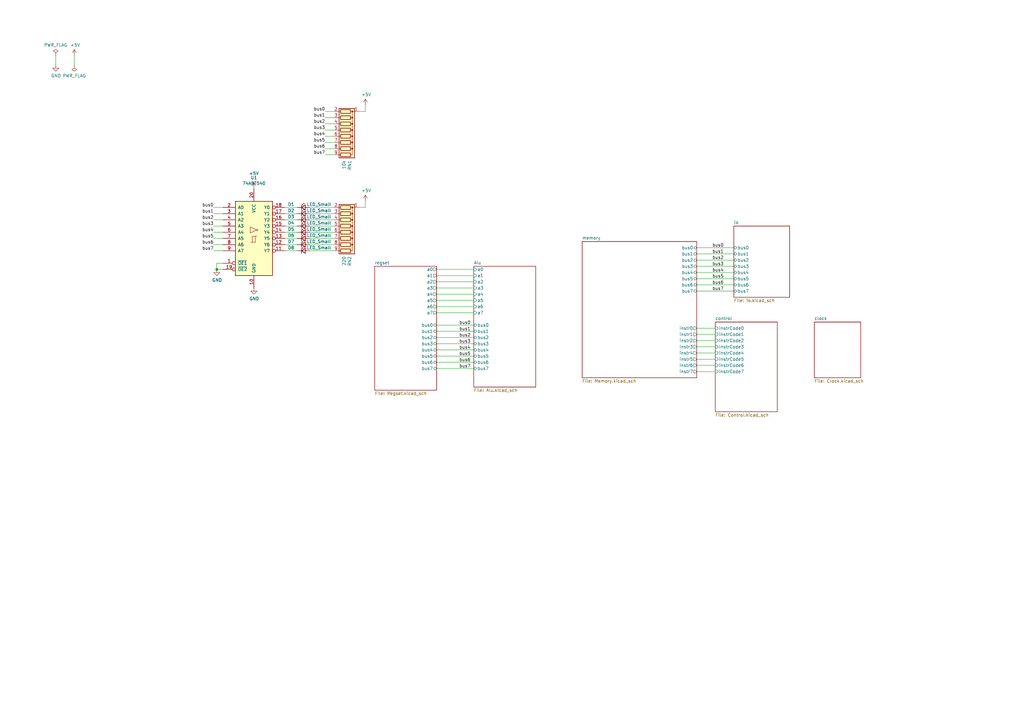
<source format=kicad_sch>
(kicad_sch (version 20211123) (generator eeschema)
  (paper "A3")
  (title_block (title "ALU") (date "2021-01-20") (rev "v01"))
  (lib_symbols
    (symbol "Device:LED_Small" (pin_numbers hide) (pin_names (offset 0.254) hide)
      (property "Reference" "D" (at -1.27 3.175 0))
      (property "Value" "LED_Small" (at -4.445 -2.54 0))
      (symbol "LED_Small_0_1"
        (polyline (pts (xy -0.762 -1.016) (xy -0.762 1.016)) (stroke (width 0.254)))
        (polyline (pts (xy 1.016 0) (xy -0.762 0)))
        (polyline (pts (xy 0.762 -1.016) (xy -0.762 0) (xy 0.762 1.016) (xy 0.762 -1.016)) (stroke (width 0.254)))
        (polyline (pts (xy 0 0.762) (xy -0.508 1.27) (xy -0.254 1.27) (xy -0.508 1.27) (xy -0.508 1.016)))
        (polyline (pts (xy 0.508 1.27) (xy 0 1.778) (xy 0.254 1.778) (xy 0 1.778) (xy 0 1.524)))
      )
      (symbol "LED_Small_1_1"
        (pin passive line (at -2.54 0 0) (length 1.778) (name "K") (number "1"))
        (pin passive line (at 2.54 0 180) (length 1.778) (name "A") (number "2"))
      )
    )
    (symbol "Device:R_Network08" (pin_names (offset 0) hide)
      (property "Reference" "RN" (at -12.7 0 90))
      (property "Value" "R_Network08" (at 10.16 0 90))
      (symbol "R_Network08_0_1"
        (rectangle (start -11.43 -3.175) (end 8.89 3.175) (stroke (width 0.254)) (fill (type background)))
        (rectangle (start -10.922 1.524) (end -9.398 -2.54) (stroke (width 0.254)))
        (circle (center -10.16 2.286) (radius 0.254) (fill (type outline)))
        (rectangle (start -8.382 1.524) (end -6.858 -2.54) (stroke (width 0.254)))
        (circle (center -7.62 2.286) (radius 0.254) (fill (type outline)))
        (rectangle (start -5.842 1.524) (end -4.318 -2.54) (stroke (width 0.254)))
        (circle (center -5.08 2.286) (radius 0.254) (fill (type outline)))
        (rectangle (start -3.302 1.524) (end -1.778 -2.54) (stroke (width 0.254)))
        (circle (center -2.54 2.286) (radius 0.254) (fill (type outline)))
        (rectangle (start -0.762 1.524) (end 0.762 -2.54) (stroke (width 0.254)))
        (polyline (pts (xy -10.16 -2.54) (xy -10.16 -3.81)))
        (polyline (pts (xy -7.62 -2.54) (xy -7.62 -3.81)))
        (polyline (pts (xy -5.08 -2.54) (xy -5.08 -3.81)))
        (polyline (pts (xy -2.54 -2.54) (xy -2.54 -3.81)))
        (polyline (pts (xy 0 -2.54) (xy 0 -3.81)))
        (polyline (pts (xy 2.54 -2.54) (xy 2.54 -3.81)))
        (polyline (pts (xy 5.08 -2.54) (xy 5.08 -3.81)))
        (polyline (pts (xy 7.62 -2.54) (xy 7.62 -3.81)))
        (polyline (pts (xy -10.16 1.524) (xy -10.16 2.286) (xy -7.62 2.286) (xy -7.62 1.524)))
        (polyline (pts (xy -7.62 1.524) (xy -7.62 2.286) (xy -5.08 2.286) (xy -5.08 1.524)))
        (polyline (pts (xy -5.08 1.524) (xy -5.08 2.286) (xy -2.54 2.286) (xy -2.54 1.524)))
        (polyline (pts (xy -2.54 1.524) (xy -2.54 2.286) (xy 0 2.286) (xy 0 1.524)))
        (polyline (pts (xy 0 1.524) (xy 0 2.286) (xy 2.54 2.286) (xy 2.54 1.524)))
        (polyline (pts (xy 2.54 1.524) (xy 2.54 2.286) (xy 5.08 2.286) (xy 5.08 1.524)))
        (polyline (pts (xy 5.08 1.524) (xy 5.08 2.286) (xy 7.62 2.286) (xy 7.62 1.524)))
        (circle (center 0 2.286) (radius 0.254) (fill (type outline)))
        (rectangle (start 1.778 1.524) (end 3.302 -2.54) (stroke (width 0.254)))
        (circle (center 2.54 2.286) (radius 0.254) (fill (type outline)))
        (rectangle (start 4.318 1.524) (end 5.842 -2.54) (stroke (width 0.254)))
        (circle (center 5.08 2.286) (radius 0.254) (fill (type outline)))
        (rectangle (start 6.858 1.524) (end 8.382 -2.54) (stroke (width 0.254)))
      )
      (symbol "R_Network08_1_1"
        (pin passive line (at -10.16 5.08 270) (length 2.54) (name "common") (number "1"))
        (pin passive line (at -10.16 -5.08 90) (length 1.27) (name "R1") (number "2"))
        (pin passive line (at -7.62 -5.08 90) (length 1.27) (name "R2") (number "3"))
        (pin passive line (at -5.08 -5.08 90) (length 1.27) (name "R3") (number "4"))
        (pin passive line (at -2.54 -5.08 90) (length 1.27) (name "R4") (number "5"))
        (pin passive line (at 0 -5.08 90) (length 1.27) (name "R5") (number "6"))
        (pin passive line (at 2.54 -5.08 90) (length 1.27) (name "R6") (number "7"))
        (pin passive line (at 5.08 -5.08 90) (length 1.27) (name "R7") (number "8"))
        (pin passive line (at 7.62 -5.08 90) (length 1.27) (name "R8") (number "9"))
      )
    )
    (symbol "EDiC-rescue:74ABT540" (pin_names (offset 1.016))
      (property "Reference" "U" (at 5.08 -9.017 0))
      (property "Value" "74ABT540" (at 5.08 -10.795 0))
      (symbol "74ABT540_1_1"
        (rectangle (start -15.24 15.24) (end 0 -15.24) (stroke (width 0.254)) (fill (type background)))
        (circle (center -6.223 3.4798) (radius 0.254) (stroke (width 0.1524)))
        (polyline (pts (xy -8.255 -1.6002) (xy -8.255 0.9398) (xy -6.985 0.9398)))
        (polyline (pts (xy -8.89 -1.6002) (xy -6.985 -1.6002) (xy -6.985 0.9398) (xy -6.35 0.9398)))
        (polyline (pts (xy -6.604 3.4798) (xy -9.144 4.7498) (xy -9.144 2.2098) (xy -6.604 3.4798)) (stroke (width 0.1524)))
        (pin input inverted (at -20.32 -10.16 0) (length 5.08) (name "~{OE1}") (number "1"))
        (pin power_in line (at -7.62 -20.32 90) (length 5.08) (name "GND") (number "10"))
        (pin tri_state inverted (at 5.08 -5.08 180) (length 5.08) (name "Y7") (number "11"))
        (pin tri_state inverted (at 5.08 -2.54 180) (length 5.08) (name "Y6") (number "12"))
        (pin tri_state inverted (at 5.08 0 180) (length 5.08) (name "Y5") (number "13"))
        (pin tri_state inverted (at 5.08 2.54 180) (length 5.08) (name "Y4") (number "14"))
        (pin tri_state inverted (at 5.08 5.08 180) (length 5.08) (name "Y3") (number "15"))
        (pin tri_state inverted (at 5.08 7.62 180) (length 5.08) (name "Y2") (number "16"))
        (pin tri_state inverted (at 5.08 10.16 180) (length 5.08) (name "Y1") (number "17"))
        (pin tri_state inverted (at 5.08 12.7 180) (length 5.08) (name "Y0") (number "18"))
        (pin input inverted (at -20.32 -12.7 0) (length 5.08) (name "~{OE2}") (number "19"))
        (pin input line (at -20.32 12.7 0) (length 5.08) (name "A0") (number "2"))
        (pin power_in line (at -7.62 20.32 270) (length 5.08) (name "VCC") (number "20"))
        (pin input line (at -20.32 10.16 0) (length 5.08) (name "A1") (number "3"))
        (pin input line (at -20.32 7.62 0) (length 5.08) (name "A2") (number "4"))
        (pin input line (at -20.32 5.08 0) (length 5.08) (name "A3") (number "5"))
        (pin input line (at -20.32 2.54 0) (length 5.08) (name "A4") (number "6"))
        (pin input line (at -20.32 0 0) (length 5.08) (name "A5") (number "7"))
        (pin input line (at -20.32 -2.54 0) (length 5.08) (name "A6") (number "8"))
        (pin input line (at -20.32 -5.08 0) (length 5.08) (name "A7") (number "9"))
      )
    )
    (symbol "power:+5V" (power) (pin_names (offset 0))
      (property "Value" "+5V" (at 0 3.556 0))
      (symbol "+5V_0_1"
        (polyline (pts (xy -0.762 1.27) (xy 0 2.54)))
        (polyline (pts (xy 0 0) (xy 0 2.54)))
        (polyline (pts (xy 0 2.54) (xy 0.762 1.27)))
      )
      (symbol "+5V_1_1"
        (pin power_in line (at 0 0 90) (length 0) hide (name "+5V") (number "1"))
      )
    )
    (symbol "power:GND" (power) (pin_names (offset 0))
      (property "Value" "GND" (at 0 -3.81 0))
      (symbol "GND_0_1"
        (polyline (pts (xy 0 0) (xy 0 -1.27) (xy 1.27 -1.27) (xy 0 -2.54) (xy -1.27 -1.27) (xy 0 -1.27)))
      )
      (symbol "GND_1_1"
        (pin power_in line (at 0 0 270) (length 0) hide (name "GND") (number "1"))
      )
    )
    (symbol "power:PWR_FLAG" (power) (pin_numbers hide) (pin_names (offset 0) hide)
      (property "Value" "PWR_FLAG" (at 0 3.81 0))
      (symbol "PWR_FLAG_0_0"
        (pin power_out line (at 0 0 90) (length 0) (name "pwr") (number "1"))
      )
      (symbol "PWR_FLAG_0_1"
        (polyline (pts (xy 0 0) (xy 0 1.27) (xy -1.016 1.905) (xy 0 2.54) (xy 1.016 1.905) (xy 0 1.27)))
      )
    )
  )
  (junction (at 88.9 110.49))
  (wire (pts (xy 137.16 97.79) (xy 127 97.79)))
  (wire (pts (xy 121.92 92.71) (xy 116.84 92.71)))
  (wire (pts (xy 121.92 95.25) (xy 116.84 95.25)))
  (wire (pts (xy 179.07 138.43) (xy 194.31 138.43)))
  (wire (pts (xy 137.16 87.63) (xy 127 87.63)))
  (wire (pts (xy 285.75 111.76) (xy 300.99 111.76)))
  (wire (pts (xy 285.75 104.14) (xy 300.99 104.14)))
  (wire (pts (xy 91.44 87.63) (xy 87.63 87.63)))
  (wire (pts (xy 22.86 22.86) (xy 22.86 26.67)))
  (wire (pts (xy 137.16 63.5) (xy 133.35 63.5)))
  (wire (pts (xy 285.75 149.86) (xy 293.37 149.86)))
  (wire (pts (xy 179.07 151.13) (xy 194.31 151.13)))
  (wire (pts (xy 121.92 100.33) (xy 116.84 100.33)))
  (wire (pts (xy 137.16 92.71) (xy 127 92.71)))
  (wire (pts (xy 179.07 135.89) (xy 194.31 135.89)))
  (wire (pts (xy 285.75 139.7) (xy 293.37 139.7)))
  (wire (pts (xy 137.16 45.72) (xy 133.35 45.72)))
  (wire (pts (xy 285.75 142.24) (xy 293.37 142.24)))
  (wire (pts (xy 137.16 85.09) (xy 127 85.09)))
  (wire (pts (xy 137.16 90.17) (xy 127 90.17)))
  (wire (pts (xy 149.86 43.18) (xy 149.86 45.72)))
  (wire (pts (xy 285.75 109.22) (xy 300.99 109.22)))
  (wire (pts (xy 285.75 106.68) (xy 300.99 106.68)))
  (wire (pts (xy 179.07 123.19) (xy 194.31 123.19)))
  (wire (pts (xy 285.75 134.62) (xy 293.37 134.62)))
  (wire (pts (xy 285.75 137.16) (xy 293.37 137.16)))
  (wire (pts (xy 121.92 102.87) (xy 116.84 102.87)))
  (wire (pts (xy 179.07 148.59) (xy 194.31 148.59)))
  (wire (pts (xy 285.75 119.38) (xy 300.99 119.38)))
  (wire (pts (xy 194.31 118.11) (xy 179.07 118.11)))
  (wire (pts (xy 30.48 26.67) (xy 30.48 22.86)))
  (wire (pts (xy 285.75 147.32) (xy 293.37 147.32)))
  (wire (pts (xy 285.75 101.6) (xy 300.99 101.6)))
  (wire (pts (xy 121.92 90.17) (xy 116.84 90.17)))
  (wire (pts (xy 149.86 82.55) (xy 149.86 85.09)))
  (wire (pts (xy 88.9 110.49) (xy 91.44 110.49)))
  (wire (pts (xy 285.75 152.4) (xy 293.37 152.4)))
  (wire (pts (xy 149.86 45.72) (xy 147.32 45.72)))
  (wire (pts (xy 179.07 110.49) (xy 194.31 110.49)))
  (wire (pts (xy 137.16 53.34) (xy 133.35 53.34)))
  (wire (pts (xy 137.16 100.33) (xy 127 100.33)))
  (wire (pts (xy 179.07 113.03) (xy 194.31 113.03)))
  (wire (pts (xy 179.07 143.51) (xy 194.31 143.51)))
  (wire (pts (xy 91.44 90.17) (xy 87.63 90.17)))
  (wire (pts (xy 121.92 85.09) (xy 116.84 85.09)))
  (wire (pts (xy 91.44 100.33) (xy 87.63 100.33)))
  (wire (pts (xy 91.44 95.25) (xy 87.63 95.25)))
  (wire (pts (xy 137.16 95.25) (xy 127 95.25)))
  (wire (pts (xy 179.07 120.65) (xy 194.31 120.65)))
  (wire (pts (xy 91.44 92.71) (xy 87.63 92.71)))
  (wire (pts (xy 285.75 144.78) (xy 293.37 144.78)))
  (wire (pts (xy 137.16 50.8) (xy 133.35 50.8)))
  (wire (pts (xy 88.9 107.95) (xy 88.9 110.49)))
  (wire (pts (xy 91.44 85.09) (xy 87.63 85.09)))
  (wire (pts (xy 179.07 128.27) (xy 194.31 128.27)))
  (wire (pts (xy 285.75 114.3) (xy 300.99 114.3)))
  (wire (pts (xy 179.07 133.35) (xy 194.31 133.35)))
  (wire (pts (xy 179.07 115.57) (xy 194.31 115.57)))
  (wire (pts (xy 137.16 102.87) (xy 127 102.87)))
  (wire (pts (xy 91.44 107.95) (xy 88.9 107.95)))
  (wire (pts (xy 121.92 97.79) (xy 116.84 97.79)))
  (wire (pts (xy 179.07 125.73) (xy 194.31 125.73)))
  (wire (pts (xy 149.86 85.09) (xy 147.32 85.09)))
  (wire (pts (xy 91.44 102.87) (xy 87.63 102.87)))
  (wire (pts (xy 137.16 48.26) (xy 133.35 48.26)))
  (wire (pts (xy 91.44 97.79) (xy 87.63 97.79)))
  (wire (pts (xy 194.31 140.97) (xy 179.07 140.97)))
  (wire (pts (xy 137.16 55.88) (xy 133.35 55.88)))
  (wire (pts (xy 121.92 87.63) (xy 116.84 87.63)))
  (wire (pts (xy 285.75 116.84) (xy 300.99 116.84)))
  (wire (pts (xy 137.16 60.96) (xy 133.35 60.96)))
  (wire (pts (xy 137.16 58.42) (xy 133.35 58.42)))
  (wire (pts (xy 179.07 146.05) (xy 194.31 146.05)))
  (label "bus0" (at 133.35 45.72 180))
  (label "bus6" (at 87.63 100.33 180))
  (label "bus2" (at 87.63 90.17 180))
  (label "bus2" (at 193.04 138.43 180))
  (label "bus6" (at 193.04 148.59 180))
  (label "bus7" (at 193.04 151.13 180))
  (label "bus4" (at 133.35 55.88 180))
  (label "bus0" (at 87.63 85.09 180))
  (label "bus5" (at 193.04 146.05 180))
  (label "bus1" (at 292.1 104.14 0))
  (label "bus0" (at 193.04 133.35 180))
  (label "bus7" (at 87.63 102.87 180))
  (label "bus3" (at 193.04 140.97 180))
  (label "bus0" (at 292.1 101.6 0))
  (label "bus1" (at 87.63 87.63 180))
  (label "bus6" (at 292.1 116.84 0))
  (label "bus7" (at 292.1 119.38 0))
  (label "bus2" (at 133.35 50.8 180))
  (label "bus6" (at 133.35 60.96 180))
  (label "bus3" (at 133.35 53.34 180))
  (label "bus4" (at 292.1 111.76 0))
  (label "bus1" (at 193.04 135.89 180))
  (label "bus7" (at 133.35 63.5 180))
  (label "bus3" (at 87.63 92.71 180))
  (label "bus3" (at 292.1 109.22 0))
  (label "bus5" (at 133.35 58.42 180))
  (label "bus2" (at 292.1 106.68 0))
  (label "bus4" (at 193.04 143.51 180))
  (label "bus1" (at 133.35 48.26 180))
  (label "bus4" (at 87.63 95.25 180))
  (label "bus5" (at 292.1 114.3 0))
  (label "bus5" (at 87.63 97.79 180))
  (symbol (lib_id "power:+5V") (at 30.48 22.86 0) (unit 1)
    (property "Reference" "#PWR02" (effects hide))
    (property "Value" "+5V" (at 30.861 18.4658 0))
  )
  (symbol (lib_id "power:PWR_FLAG") (at 22.86 22.86 0) (unit 1)
    (property "Reference" "#FLG01" (effects hide))
    (property "Value" "PWR_FLAG" (at 22.86 18.4658 0))
  )
  (symbol (lib_id "power:GND") (at 22.86 26.67 0) (unit 1)
    (property "Reference" "#PWR01" (effects hide))
    (property "Value" "GND" (at 22.987 31.0642 0))
  )
  (symbol (lib_id "power:PWR_FLAG") (at 30.48 26.67 180) (unit 1)
    (property "Reference" "#FLG02" (effects hide))
    (property "Value" "PWR_FLAG" (at 30.48 31.0642 0))
  )
  (symbol (lib_id "EDiC-rescue:74ABT540") (at 111.76 97.79 0) (unit 1)
    (property "Reference" "U1" (at 104.14 72.8726 0))
    (property "Value" "74ABT540" (at 104.14 75.184 0))
  )
  (symbol (lib_id "power:GND") (at 88.9 110.49 0) (unit 1)
    (property "Reference" "#PWR03" (effects hide))
    (property "Value" "GND" (at 89.027 114.8842 0))
  )
  (symbol (lib_id "power:GND") (at 104.14 118.11 0) (unit 1)
    (property "Reference" "#PWR05" (effects hide))
    (property "Value" "GND" (at 104.267 122.5042 0))
  )
  (symbol (lib_id "power:+5V") (at 104.14 77.47 0) (unit 1)
    (property "Reference" "#PWR04" (effects hide))
    (property "Value" "+5V" (at 104.14 71.12 0))
  )
  (symbol (lib_id "Device:LED_Small") (at 124.46 85.09 0) (unit 1)
    (property "Reference" "D1" (at 119.38 83.82 0))
    (property "Value" "LED_Small" (at 130.81 83.82 0))
  )
  (symbol (lib_id "Device:R_Network08") (at 142.24 95.25 270) (unit 1)
    (property "Reference" "RN2" (at 143.4084 105.1052 0) (effects (justify left)))
    (property "Value" "220" (at 141.097 105.1052 0) (effects (justify left)))
    (property "Footprint" "Resistor_THT:R_Array_SIP9" (effects hide))
    (property "Datasheet" "http://www.vishay.com/docs/31509/csc.pdf" (effects hide))
  )
  (symbol (lib_id "power:+5V") (at 149.86 82.55 0) (unit 1)
    (property "Reference" "#PWR07" (effects hide))
    (property "Value" "+5V" (at 150.241 78.1558 0))
  )
  (symbol (lib_id "Device:LED_Small") (at 124.46 87.63 0) (unit 1)
    (property "Reference" "D2" (at 119.38 86.36 0))
    (property "Value" "LED_Small" (at 130.81 86.36 0))
  )
  (symbol (lib_id "Device:LED_Small") (at 124.46 90.17 0) (unit 1)
    (property "Reference" "D3" (at 119.38 88.9 0))
    (property "Value" "LED_Small" (at 130.81 88.9 0))
  )
  (symbol (lib_id "Device:LED_Small") (at 124.46 92.71 0) (unit 1)
    (property "Reference" "D4" (at 119.38 91.44 0))
    (property "Value" "LED_Small" (at 130.81 91.44 0))
  )
  (symbol (lib_id "Device:LED_Small") (at 124.46 95.25 0) (unit 1)
    (property "Reference" "D5" (at 119.38 93.98 0))
    (property "Value" "LED_Small" (at 130.81 93.98 0))
  )
  (symbol (lib_id "Device:LED_Small") (at 124.46 97.79 0) (unit 1)
    (property "Reference" "D6" (at 119.38 96.52 0))
    (property "Value" "LED_Small" (at 130.81 96.52 0))
  )
  (symbol (lib_id "Device:LED_Small") (at 124.46 100.33 0) (unit 1)
    (property "Reference" "D7" (at 119.38 99.06 0))
    (property "Value" "LED_Small" (at 130.81 99.06 0))
  )
  (symbol (lib_id "Device:LED_Small") (at 124.46 102.87 0) (unit 1)
    (property "Reference" "D8" (at 119.38 101.6 0))
    (property "Value" "LED_Small" (at 130.81 101.6 0))
  )
  (symbol (lib_id "Device:R_Network08") (at 142.24 55.88 270) (unit 1)
    (property "Reference" "RN1" (at 143.4084 65.7352 0) (effects (justify left)))
    (property "Value" "10k" (at 141.097 65.7352 0) (effects (justify left)))
    (property "Footprint" "Resistor_THT:R_Array_SIP9" (effects hide))
    (property "Datasheet" "http://www.vishay.com/docs/31509/csc.pdf" (effects hide))
  )
  (symbol (lib_id "power:+5V") (at 149.86 43.18 0) (unit 1)
    (property "Reference" "#PWR06" (effects hide))
    (property "Value" "+5V" (at 150.241 38.7858 0))
  )
  (sheet (at 194.31 109.22) (size 25.4 49.53)
    (property "Sheet name" "Alu" (at 194.31 108.5084 0) (effects (justify left bottom)))
    (property "Sheet file" "Alu.kicad_sch" (at 194.31 159.3346 0) (effects (justify left top)))
    (pin "a0" input (at 194.31 110.49 180))
    (pin "a1" input (at 194.31 113.03 180))
    (pin "a2" input (at 194.31 115.57 180))
    (pin "a3" input (at 194.31 118.11 180))
    (pin "a4" input (at 194.31 120.65 180))
    (pin "a5" input (at 194.31 123.19 180))
    (pin "a6" input (at 194.31 125.73 180))
    (pin "a7" input (at 194.31 128.27 180))
    (pin "bus7" bidirectional (at 194.31 151.13 180))
    (pin "bus6" bidirectional (at 194.31 148.59 180))
    (pin "bus5" bidirectional (at 194.31 146.05 180))
    (pin "bus4" bidirectional (at 194.31 143.51 180))
    (pin "bus3" bidirectional (at 194.31 140.97 180))
    (pin "bus2" bidirectional (at 194.31 138.43 180))
    (pin "bus1" bidirectional (at 194.31 135.89 180))
    (pin "bus0" bidirectional (at 194.31 133.35 180))
  )
  (sheet (at 153.67 109.22) (size 25.4 50.8)
    (property "Sheet name" "regset" (at 153.67 108.5084 0) (effects (justify left bottom)))
    (property "Sheet file" "Regset.kicad_sch" (at 153.67 160.6046 0) (effects (justify left top)))
    (pin "a0" output (at 179.07 110.49 0))
    (pin "a1" output (at 179.07 113.03 0))
    (pin "a2" output (at 179.07 115.57 0))
    (pin "a3" output (at 179.07 118.11 0))
    (pin "a4" output (at 179.07 120.65 0))
    (pin "a5" output (at 179.07 123.19 0))
    (pin "a6" output (at 179.07 125.73 0))
    (pin "a7" output (at 179.07 128.27 0))
    (pin "bus0" bidirectional (at 179.07 133.35 0))
    (pin "bus1" bidirectional (at 179.07 135.89 0))
    (pin "bus2" bidirectional (at 179.07 138.43 0))
    (pin "bus3" bidirectional (at 179.07 140.97 0))
    (pin "bus4" bidirectional (at 179.07 143.51 0))
    (pin "bus5" bidirectional (at 179.07 146.05 0))
    (pin "bus6" bidirectional (at 179.07 148.59 0))
    (pin "bus7" bidirectional (at 179.07 151.13 0))
  )
  (sheet (at 293.37 132.08) (size 25.4 36.83)
    (property "Sheet name" "control" (at 293.37 131.3684 0) (effects (justify left bottom)))
    (property "Sheet file" "Control.kicad_sch" (at 293.37 169.4946 0) (effects (justify left top)))
    (pin "instrCode0" input (at 293.37 134.62 180))
    (pin "instrCode1" input (at 293.37 137.16 180))
    (pin "instrCode2" input (at 293.37 139.7 180))
    (pin "instrCode3" input (at 293.37 142.24 180))
    (pin "instrCode4" input (at 293.37 144.78 180))
    (pin "instrCode5" input (at 293.37 147.32 180))
    (pin "instrCode6" input (at 293.37 149.86 180))
    (pin "instrCode7" input (at 293.37 152.4 180))
  )
  (sheet (at 334.01 132.08) (size 19.05 22.86)
    (property "Sheet name" "clock" (at 334.01 131.3684 0) (effects (justify left bottom)))
    (property "Sheet file" "Clock.kicad_sch" (at 334.01 155.5246 0) (effects (justify left top)))
  )
  (sheet (at 238.76 99.06) (size 46.99 55.88)
    (property "Sheet name" "memory" (at 238.76 98.3484 0) (effects (justify left bottom)))
    (property "Sheet file" "Memory.kicad_sch" (at 238.76 155.5246 0) (effects (justify left top)))
    (pin "bus0" bidirectional (at 285.75 101.6 0))
    (pin "bus1" bidirectional (at 285.75 104.14 0))
    (pin "bus2" bidirectional (at 285.75 106.68 0))
    (pin "bus3" bidirectional (at 285.75 109.22 0))
    (pin "bus4" bidirectional (at 285.75 111.76 0))
    (pin "bus5" bidirectional (at 285.75 114.3 0))
    (pin "bus6" bidirectional (at 285.75 116.84 0))
    (pin "bus7" bidirectional (at 285.75 119.38 0))
    (pin "instr7" output (at 285.75 152.4 0))
    (pin "instr6" output (at 285.75 149.86 0))
    (pin "instr5" output (at 285.75 147.32 0))
    (pin "instr4" output (at 285.75 144.78 0))
    (pin "instr3" output (at 285.75 142.24 0))
    (pin "instr2" output (at 285.75 139.7 0))
    (pin "instr1" output (at 285.75 137.16 0))
    (pin "instr0" output (at 285.75 134.62 0))
  )
  (sheet (at 300.99 92.71) (size 22.86 29.21)
    (property "Sheet name" "io" (at 300.99 91.9984 0) (effects (justify left bottom)))
    (property "Sheet file" "io.kicad_sch" (at 300.99 122.5046 0) (effects (justify left top)))
    (pin "bus7" tri_state (at 300.99 119.38 180))
    (pin "bus6" tri_state (at 300.99 116.84 180))
    (pin "bus5" tri_state (at 300.99 114.3 180))
    (pin "bus4" tri_state (at 300.99 111.76 180))
    (pin "bus3" tri_state (at 300.99 109.22 180))
    (pin "bus2" tri_state (at 300.99 106.68 180))
    (pin "bus1" tri_state (at 300.99 104.14 180))
    (pin "bus0" tri_state (at 300.99 101.6 180))
  )
)
</source>
